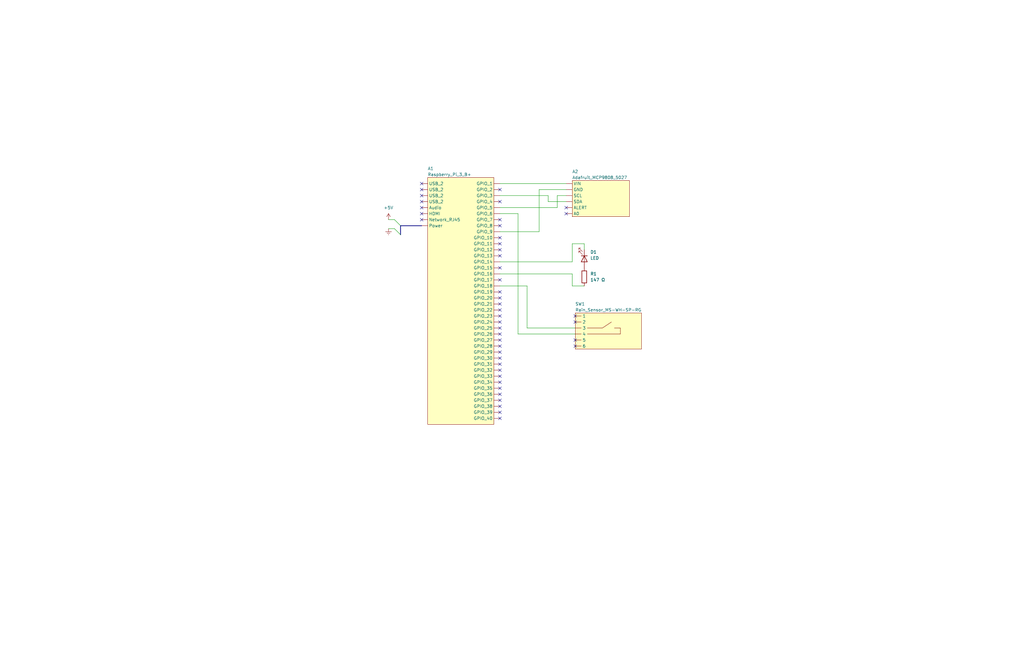
<source format=kicad_sch>
(kicad_sch (version 20211123) (generator eeschema)
  (paper "B")
  (title_block (title "WEATHER STATION ASSEMBLY") (date "2022-09-10") (rev "1"))
  (lib_symbols
    (symbol "Device:LED" (pin_numbers hide) (pin_names (offset 1.016) hide)
      (property "Reference" "D" (at 0 2.54 0))
      (property "Value" "LED" (at 0 -2.54 0))
      (symbol "LED_0_1"
        (polyline (pts (xy -1.27 -1.27) (xy -1.27 1.27)) (stroke (width 0.254)))
        (polyline (pts (xy -1.27 0) (xy 1.27 0)))
        (polyline (pts (xy 1.27 -1.27) (xy 1.27 1.27) (xy -1.27 0) (xy 1.27 -1.27)) (stroke (width 0.254)))
        (polyline (pts (xy -3.048 -0.762) (xy -4.572 -2.286) (xy -3.81 -2.286) (xy -4.572 -2.286) (xy -4.572 -1.524)))
        (polyline (pts (xy -1.778 -0.762) (xy -3.302 -2.286) (xy -2.54 -2.286) (xy -3.302 -2.286) (xy -3.302 -1.524)))
      )
      (symbol "LED_1_1"
        (pin passive line (at -3.81 0 0) (length 2.54) (name "K") (number "1"))
        (pin passive line (at 3.81 0 180) (length 2.54) (name "A") (number "2"))
      )
    )
    (symbol "Device:R" (pin_numbers hide) (pin_names (offset 0))
      (property "Reference" "R" (at 2.032 0 90))
      (property "Value" "R" (at 0 0 90))
      (symbol "R_0_1"
        (rectangle (start -1.016 -2.54) (end 1.016 2.54) (stroke (width 0.254)))
      )
      (symbol "R_1_1"
        (pin passive line (at 0 3.81 270) (length 1.27) (name "~") (number "1"))
        (pin passive line (at 0 -3.81 90) (length 1.27) (name "~") (number "2"))
      )
    )
    (symbol "power:+5V" (power) (pin_names (offset 0))
      (property "Value" "+5V" (at 0 3.556 0))
      (symbol "+5V_0_1"
        (polyline (pts (xy -0.762 1.27) (xy 0 2.54)))
        (polyline (pts (xy 0 0) (xy 0 2.54)))
        (polyline (pts (xy 0 2.54) (xy 0.762 1.27)))
      )
      (symbol "+5V_1_1"
        (pin power_in line (at 0 0 90) (length 0) hide (name "+5V") (number "1"))
      )
    )
    (symbol "power:Earth" (power) (pin_names (offset 0))
      (symbol "Earth_0_1"
        (polyline (pts (xy -0.635 -1.905) (xy 0.635 -1.905)))
        (polyline (pts (xy -0.127 -2.54) (xy 0.127 -2.54)))
        (polyline (pts (xy 0 -1.27) (xy 0 0)))
        (polyline (pts (xy 1.27 -1.27) (xy -1.27 -1.27)))
      )
      (symbol "Earth_1_1"
        (pin power_in line (at 0 0 270) (length 0) hide (name "Earth") (number "1"))
      )
    )
    (symbol "weather-station:Adafruit_MCP9808_5027"
      (property "Reference" "A" (at 0 3.81 0))
      (property "Value" "Adafruit_MCP9808_5027" (at 0 1.27 0))
      (symbol "Adafruit_MCP9808_5027_0_1"
        (rectangle (start 0 0) (end 24.13 -15.24) (fill (type background)))
      )
      (symbol "Adafruit_MCP9808_5027_1_1"
        (pin input line (at -2.54 -13.97 0) (length 2.54) (name "A0") (number ""))
        (pin input line (at -2.54 -11.43 0) (length 2.54) (name "ALERT") (number ""))
        (pin input line (at -2.54 -3.81 0) (length 2.54) (name "GND") (number ""))
        (pin input line (at -2.54 -6.35 0) (length 2.54) (name "SCL") (number ""))
        (pin input line (at -2.54 -8.89 0) (length 2.54) (name "SDA") (number ""))
        (pin input line (at -2.54 -1.27 0) (length 2.54) (name "VIN") (number ""))
      )
    )
    (symbol "weather-station:Rain_Sensor_MS-WH-SP-RG"
      (property "Reference" "SW" (at 0 3.81 0))
      (property "Value" "Rain_Sensor_MS-WH-SP-RG" (at 0 1.27 0))
      (symbol "Rain_Sensor_MS-WH-SP-RG_0_1"
        (polyline (pts (xy 5.08 -8.89) (xy 19.05 -8.89) (xy 19.05 -6.35) (xy 16.51 -6.35)))
        (polyline (pts (xy 5.08 -6.35) (xy 11.43 -6.35) (xy 15.24 -3.81) (xy 15.24 -3.81)))
        (rectangle (start 0 0) (end 27.94 -15.24) (fill (type background)))
      )
      (symbol "Rain_Sensor_MS-WH-SP-RG_1_1"
        (pin input line (at 0 -1.27 0) (length 2.54) (name "1") (number ""))
        (pin input line (at 0 -3.81 0) (length 2.54) (name "2") (number ""))
        (pin input line (at 0 -6.35 0) (length 2.54) (name "3") (number ""))
        (pin input line (at 0 -8.89 0) (length 2.54) (name "4") (number ""))
        (pin input line (at 0 -11.43 0) (length 2.54) (name "5") (number ""))
        (pin input line (at 0 -13.97 0) (length 2.54) (name "6") (number ""))
      )
    )
    (symbol "weather-station:Raspberry_Pi_3_B+"
      (property "Reference" "A" (at 0 3.81 0))
      (property "Value" "Raspberry_Pi_3_B+" (at 0 1.27 0))
      (symbol "Raspberry_Pi_3_B+_0_1"
        (rectangle (start 0 0) (end 27.94 -104.14) (fill (type background)))
      )
      (symbol "Raspberry_Pi_3_B+_1_1"
        (pin input line (at -2.54 -12.7 0) (length 2.54) (name "Audio") (number ""))
        (pin input line (at 30.48 -2.54 180) (length 2.54) (name "GPIO_1") (number ""))
        (pin input line (at 30.48 -25.4 180) (length 2.54) (name "GPIO_10") (number ""))
        (pin input line (at 30.48 -27.94 180) (length 2.54) (name "GPIO_11") (number ""))
        (pin input line (at 30.48 -30.48 180) (length 2.54) (name "GPIO_12") (number ""))
        (pin input line (at 30.48 -33.02 180) (length 2.54) (name "GPIO_13") (number ""))
        (pin input line (at 30.48 -35.56 180) (length 2.54) (name "GPIO_14") (number ""))
        (pin input line (at 30.48 -38.1 180) (length 2.54) (name "GPIO_15") (number ""))
        (pin input line (at 30.48 -40.64 180) (length 2.54) (name "GPIO_16") (number ""))
        (pin input line (at 30.48 -43.18 180) (length 2.54) (name "GPIO_17") (number ""))
        (pin input line (at 30.48 -45.72 180) (length 2.54) (name "GPIO_18") (number ""))
        (pin input line (at 30.48 -48.26 180) (length 2.54) (name "GPIO_19") (number ""))
        (pin input line (at 30.48 -5.08 180) (length 2.54) (name "GPIO_2") (number ""))
        (pin input line (at 30.48 -50.8 180) (length 2.54) (name "GPIO_20") (number ""))
        (pin input line (at 30.48 -53.34 180) (length 2.54) (name "GPIO_21") (number ""))
        (pin input line (at 30.48 -55.88 180) (length 2.54) (name "GPIO_22") (number ""))
        (pin input line (at 30.48 -58.42 180) (length 2.54) (name "GPIO_23") (number ""))
        (pin input line (at 30.48 -60.96 180) (length 2.54) (name "GPIO_24") (number ""))
        (pin input line (at 30.48 -63.5 180) (length 2.54) (name "GPIO_25") (number ""))
        (pin input line (at 30.48 -66.04 180) (length 2.54) (name "GPIO_26") (number ""))
        (pin input line (at 30.48 -68.58 180) (length 2.54) (name "GPIO_27") (number ""))
        (pin input line (at 30.48 -71.12 180) (length 2.54) (name "GPIO_28") (number ""))
        (pin input line (at 30.48 -73.66 180) (length 2.54) (name "GPIO_29") (number ""))
        (pin input line (at 30.48 -7.62 180) (length 2.54) (name "GPIO_3") (number ""))
        (pin input line (at 30.48 -76.2 180) (length 2.54) (name "GPIO_30") (number ""))
        (pin input line (at 30.48 -78.74 180) (length 2.54) (name "GPIO_31") (number ""))
        (pin input line (at 30.48 -81.28 180) (length 2.54) (name "GPIO_32") (number ""))
        (pin input line (at 30.48 -83.82 180) (length 2.54) (name "GPIO_33") (number ""))
        (pin input line (at 30.48 -86.36 180) (length 2.54) (name "GPIO_34") (number ""))
        (pin input line (at 30.48 -88.9 180) (length 2.54) (name "GPIO_35") (number ""))
        (pin input line (at 30.48 -91.44 180) (length 2.54) (name "GPIO_36") (number ""))
        (pin input line (at 30.48 -93.98 180) (length 2.54) (name "GPIO_37") (number ""))
        (pin input line (at 30.48 -96.52 180) (length 2.54) (name "GPIO_38") (number ""))
        (pin input line (at 30.48 -99.06 180) (length 2.54) (name "GPIO_39") (number ""))
        (pin input line (at 30.48 -10.16 180) (length 2.54) (name "GPIO_4") (number ""))
        (pin input line (at 30.48 -101.6 180) (length 2.54) (name "GPIO_40") (number ""))
        (pin input line (at 30.48 -12.7 180) (length 2.54) (name "GPIO_5") (number ""))
        (pin input line (at 30.48 -15.24 180) (length 2.54) (name "GPIO_6") (number ""))
        (pin input line (at 30.48 -17.78 180) (length 2.54) (name "GPIO_7") (number ""))
        (pin input line (at 30.48 -20.32 180) (length 2.54) (name "GPIO_8") (number ""))
        (pin input line (at 30.48 -22.86 180) (length 2.54) (name "GPIO_9") (number ""))
        (pin input line (at -2.54 -15.24 0) (length 2.54) (name "HDMI") (number ""))
        (pin input line (at -2.54 -17.78 0) (length 2.54) (name "Network_RJ45") (number ""))
        (pin input line (at -2.54 -20.32 0) (length 2.54) (name "Power") (number ""))
        (pin input line (at -2.54 -10.16 0) (length 2.54) (name "USB_2") (number ""))
        (pin input line (at -2.54 -7.62 0) (length 2.54) (name "USB_2") (number ""))
        (pin input line (at -2.54 -5.08 0) (length 2.54) (name "USB_2") (number ""))
        (pin input line (at -2.54 -2.54 0) (length 2.54) (name "USB_2") (number ""))
      )
    )
  )
  (no_connect (at 242.57 146.05))
  (no_connect (at 242.57 133.35))
  (no_connect (at 242.57 135.89))
  (no_connect (at 242.57 143.51))
  (no_connect (at 210.82 100.33))
  (no_connect (at 210.82 92.71))
  (no_connect (at 210.82 95.25))
  (no_connect (at 210.82 80.01))
  (no_connect (at 210.82 85.09))
  (no_connect (at 238.76 90.17))
  (no_connect (at 238.76 87.63))
  (no_connect (at 210.82 168.91))
  (no_connect (at 210.82 171.45))
  (no_connect (at 210.82 173.99))
  (no_connect (at 210.82 176.53))
  (no_connect (at 210.82 130.81))
  (no_connect (at 210.82 133.35))
  (no_connect (at 210.82 135.89))
  (no_connect (at 210.82 138.43))
  (no_connect (at 210.82 140.97))
  (no_connect (at 210.82 143.51))
  (no_connect (at 210.82 146.05))
  (no_connect (at 210.82 148.59))
  (no_connect (at 210.82 151.13))
  (no_connect (at 210.82 153.67))
  (no_connect (at 210.82 156.21))
  (no_connect (at 210.82 158.75))
  (no_connect (at 210.82 161.29))
  (no_connect (at 210.82 163.83))
  (no_connect (at 210.82 166.37))
  (no_connect (at 177.8 77.47))
  (no_connect (at 177.8 80.01))
  (no_connect (at 177.8 82.55))
  (no_connect (at 177.8 85.09))
  (no_connect (at 177.8 87.63))
  (no_connect (at 177.8 90.17))
  (no_connect (at 177.8 92.71))
  (no_connect (at 210.82 102.87))
  (no_connect (at 210.82 105.41))
  (no_connect (at 210.82 107.95))
  (no_connect (at 210.82 113.03))
  (no_connect (at 210.82 118.11))
  (no_connect (at 210.82 123.19))
  (no_connect (at 210.82 125.73))
  (no_connect (at 210.82 128.27))
  (bus_entry (at 166.37 92.71) (size 2.54 2.54))
  (bus_entry (at 166.37 96.52) (size 2.54 2.54))
  (wire (pts (xy 231.14 82.55) (xy 231.14 85.09)))
  (wire (pts (xy 241.3 120.65) (xy 241.3 115.57)))
  (wire (pts (xy 210.82 87.63) (xy 234.95 87.63)))
  (wire (pts (xy 241.3 102.87) (xy 241.3 110.49)))
  (wire (pts (xy 241.3 102.87) (xy 246.38 102.87)))
  (wire (pts (xy 210.82 77.47) (xy 238.76 77.47)))
  (wire (pts (xy 222.25 120.65) (xy 222.25 138.43)))
  (bus (pts (xy 168.91 95.25) (xy 168.91 99.06)))
  (wire (pts (xy 218.44 90.17) (xy 218.44 140.97)))
  (wire (pts (xy 241.3 115.57) (xy 210.82 115.57)))
  (wire (pts (xy 210.82 90.17) (xy 218.44 90.17)))
  (wire (pts (xy 163.83 92.71) (xy 166.37 92.71)))
  (wire (pts (xy 234.95 82.55) (xy 238.76 82.55)))
  (wire (pts (xy 210.82 110.49) (xy 241.3 110.49)))
  (wire (pts (xy 231.14 85.09) (xy 238.76 85.09)))
  (wire (pts (xy 227.33 97.79) (xy 227.33 80.01)))
  (wire (pts (xy 246.38 120.65) (xy 241.3 120.65)))
  (wire (pts (xy 246.38 102.87) (xy 246.38 105.41)))
  (wire (pts (xy 218.44 140.97) (xy 242.57 140.97)))
  (wire (pts (xy 210.82 97.79) (xy 227.33 97.79)))
  (wire (pts (xy 222.25 138.43) (xy 242.57 138.43)))
  (wire (pts (xy 234.95 87.63) (xy 234.95 82.55)))
  (bus (pts (xy 177.8 95.25) (xy 168.91 95.25)))
  (wire (pts (xy 210.82 120.65) (xy 222.25 120.65)))
  (wire (pts (xy 227.33 80.01) (xy 238.76 80.01)))
  (wire (pts (xy 163.83 96.52) (xy 166.37 96.52)))
  (wire (pts (xy 210.82 82.55) (xy 231.14 82.55)))
  (symbol (lib_id "power:Earth") (at 163.83 96.52 0) (unit 1)
    (property "Reference" "#PWR?" (effects hide))
    (property "Value" "Earth" (effects hide))
  )
  (symbol (lib_id "weather-station:Adafruit_MCP9808_5027") (at 241.3 76.2 0) (unit 1)
    (property "Reference" "A2" (at 241.3 72.39 0) (effects (justify left)))
    (property "Value" "Adafruit_MCP9808_5027" (at 241.3 74.93 0) (effects (justify left)))
  )
  (symbol (lib_id "Device:R") (at 246.38 116.84 180) (unit 1)
    (property "Reference" "R1" (at 248.92 115.5699 0) (effects (justify right)))
    (property "Value" "147 Ω" (at 248.92 118.1099 0) (effects (justify right)))
  )
  (symbol (lib_id "Device:LED") (at 246.38 109.22 270) (unit 1)
    (property "Reference" "D1" (at 248.92 106.3624 90) (effects (justify left)))
    (property "Value" "LED" (at 248.92 108.9024 90) (effects (justify left)))
  )
  (symbol (lib_id "weather-station:Raspberry_Pi_3_B+") (at 180.34 74.93 0) (unit 1)
    (property "Reference" "A1" (at 180.34 71.12 0) (effects (justify left)))
    (property "Value" "Raspberry_Pi_3_B+" (at 180.34 73.66 0) (effects (justify left)))
  )
  (symbol (lib_id "power:+5V") (at 163.83 92.71 0) (unit 1)
    (property "Reference" "#PWR?" (effects hide))
    (property "Value" "+5V" (at 163.83 87.63 0))
  )
  (symbol (lib_id "weather-station:Rain_Sensor_MS-WH-SP-RG") (at 242.57 132.08 0) (unit 1)
    (property "Reference" "SW1" (at 242.57 128.27 0) (effects (justify left)))
    (property "Value" "Rain_Sensor_MS-WH-SP-RG" (at 242.57 130.81 0) (effects (justify left)))
  )
)
</source>
